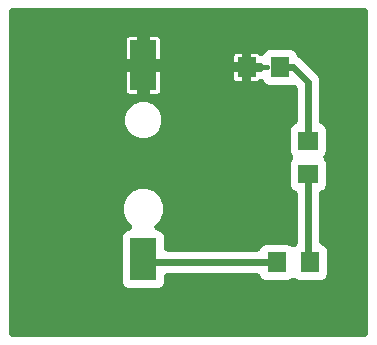
<source format=gbr>
G04 EAGLE Gerber RS-274X export*
G75*
%MOMM*%
%FSLAX34Y34*%
%LPD*%
%INTop Copper*%
%IPPOS*%
%AMOC8*
5,1,8,0,0,1.08239X$1,22.5*%
G01*
%ADD10R,2.300000X4.300000*%
%ADD11R,2.300000X3.660000*%
%ADD12R,1.600000X1.803000*%
%ADD13R,1.803000X1.600000*%
%ADD14C,0.609600*%
%ADD15C,0.406400*%

G36*
X326720Y241815D02*
X326720Y241815D01*
X326796Y241813D01*
X326965Y241835D01*
X327136Y241849D01*
X327210Y241867D01*
X327285Y241877D01*
X327449Y241926D01*
X327615Y241967D01*
X327684Y241997D01*
X327758Y242019D01*
X327911Y242095D01*
X328068Y242162D01*
X328132Y242203D01*
X328201Y242236D01*
X328340Y242335D01*
X328484Y242427D01*
X328541Y242478D01*
X328603Y242522D01*
X328724Y242642D01*
X328852Y242756D01*
X328900Y242815D01*
X328954Y242869D01*
X329055Y243007D01*
X329162Y243140D01*
X329199Y243206D01*
X329244Y243267D01*
X329321Y243420D01*
X329406Y243568D01*
X329432Y243640D01*
X329467Y243708D01*
X329518Y243871D01*
X329577Y244031D01*
X329592Y244106D01*
X329615Y244178D01*
X329627Y244283D01*
X329672Y244515D01*
X329679Y244751D01*
X329691Y244856D01*
X329691Y517144D01*
X329685Y517220D01*
X329687Y517296D01*
X329665Y517465D01*
X329651Y517636D01*
X329633Y517710D01*
X329623Y517785D01*
X329574Y517949D01*
X329533Y518115D01*
X329503Y518184D01*
X329481Y518258D01*
X329405Y518411D01*
X329338Y518568D01*
X329297Y518632D01*
X329264Y518701D01*
X329165Y518840D01*
X329073Y518984D01*
X329022Y519041D01*
X328978Y519103D01*
X328858Y519224D01*
X328744Y519352D01*
X328685Y519400D01*
X328631Y519454D01*
X328493Y519555D01*
X328360Y519662D01*
X328294Y519699D01*
X328233Y519744D01*
X328080Y519821D01*
X327932Y519906D01*
X327860Y519932D01*
X327792Y519967D01*
X327629Y520018D01*
X327469Y520077D01*
X327394Y520092D01*
X327322Y520115D01*
X327217Y520127D01*
X326985Y520172D01*
X326749Y520179D01*
X326644Y520191D01*
X28956Y520191D01*
X28880Y520185D01*
X28804Y520187D01*
X28635Y520165D01*
X28464Y520151D01*
X28390Y520133D01*
X28315Y520123D01*
X28151Y520074D01*
X27985Y520033D01*
X27916Y520003D01*
X27842Y519981D01*
X27689Y519905D01*
X27532Y519838D01*
X27468Y519797D01*
X27399Y519764D01*
X27260Y519665D01*
X27116Y519573D01*
X27059Y519522D01*
X26997Y519478D01*
X26876Y519358D01*
X26748Y519244D01*
X26700Y519185D01*
X26646Y519131D01*
X26545Y518993D01*
X26438Y518860D01*
X26401Y518794D01*
X26356Y518733D01*
X26279Y518580D01*
X26194Y518432D01*
X26168Y518360D01*
X26133Y518292D01*
X26082Y518129D01*
X26023Y517969D01*
X26008Y517894D01*
X25985Y517822D01*
X25973Y517717D01*
X25928Y517485D01*
X25921Y517249D01*
X25909Y517144D01*
X25909Y244856D01*
X25915Y244780D01*
X25913Y244704D01*
X25935Y244535D01*
X25949Y244364D01*
X25967Y244290D01*
X25977Y244215D01*
X26026Y244051D01*
X26067Y243885D01*
X26097Y243816D01*
X26119Y243742D01*
X26195Y243589D01*
X26262Y243432D01*
X26303Y243368D01*
X26336Y243299D01*
X26435Y243160D01*
X26527Y243016D01*
X26578Y242959D01*
X26622Y242897D01*
X26742Y242776D01*
X26856Y242648D01*
X26915Y242600D01*
X26969Y242546D01*
X27107Y242445D01*
X27240Y242338D01*
X27306Y242301D01*
X27367Y242256D01*
X27520Y242179D01*
X27668Y242094D01*
X27740Y242068D01*
X27808Y242033D01*
X27971Y241982D01*
X28131Y241923D01*
X28206Y241908D01*
X28278Y241885D01*
X28383Y241873D01*
X28615Y241828D01*
X28851Y241821D01*
X28956Y241809D01*
X326644Y241809D01*
X326720Y241815D01*
G37*
%LPC*%
G36*
X126987Y282848D02*
X126987Y282848D01*
X124746Y283776D01*
X123031Y285491D01*
X122103Y287732D01*
X122103Y326758D01*
X123031Y328999D01*
X124746Y330714D01*
X126987Y331642D01*
X127340Y331642D01*
X127378Y331645D01*
X127416Y331643D01*
X127624Y331665D01*
X127831Y331682D01*
X127869Y331691D01*
X127906Y331695D01*
X128108Y331750D01*
X128310Y331800D01*
X128345Y331815D01*
X128382Y331826D01*
X128572Y331913D01*
X128764Y331995D01*
X128796Y332015D01*
X128831Y332031D01*
X129004Y332148D01*
X129180Y332260D01*
X129208Y332285D01*
X129240Y332307D01*
X129392Y332450D01*
X129548Y332589D01*
X129572Y332618D01*
X129599Y332644D01*
X129727Y332811D01*
X129858Y332973D01*
X129876Y333005D01*
X129900Y333036D01*
X129999Y333220D01*
X130102Y333401D01*
X130115Y333437D01*
X130133Y333471D01*
X130201Y333668D01*
X130273Y333864D01*
X130280Y333901D01*
X130293Y333937D01*
X130328Y334144D01*
X130368Y334348D01*
X130369Y334386D01*
X130375Y334424D01*
X130377Y334633D01*
X130383Y334841D01*
X130378Y334879D01*
X130378Y334917D01*
X130346Y335124D01*
X130319Y335330D01*
X130308Y335367D01*
X130302Y335404D01*
X130237Y335603D01*
X130176Y335802D01*
X130160Y335837D01*
X130148Y335873D01*
X130051Y336058D01*
X129959Y336246D01*
X129937Y336277D01*
X129920Y336311D01*
X129862Y336383D01*
X129674Y336648D01*
X129553Y336770D01*
X129494Y336844D01*
X125576Y340762D01*
X123039Y346886D01*
X123039Y353514D01*
X125576Y359638D01*
X130262Y364324D01*
X136386Y366861D01*
X143014Y366861D01*
X149138Y364324D01*
X153824Y359638D01*
X156361Y353514D01*
X156361Y346886D01*
X153824Y340762D01*
X149906Y336844D01*
X149881Y336815D01*
X149852Y336789D01*
X149721Y336627D01*
X149586Y336468D01*
X149566Y336435D01*
X149542Y336405D01*
X149439Y336224D01*
X149331Y336045D01*
X149317Y336010D01*
X149298Y335977D01*
X149226Y335781D01*
X149148Y335587D01*
X149140Y335550D01*
X149127Y335514D01*
X149087Y335309D01*
X149042Y335105D01*
X149039Y335067D01*
X149032Y335030D01*
X149026Y334822D01*
X149014Y334613D01*
X149018Y334575D01*
X149017Y334537D01*
X149044Y334330D01*
X149066Y334122D01*
X149076Y334086D01*
X149081Y334048D01*
X149142Y333848D01*
X149197Y333647D01*
X149213Y333612D01*
X149224Y333575D01*
X149315Y333388D01*
X149403Y333198D01*
X149424Y333167D01*
X149441Y333132D01*
X149561Y332962D01*
X149678Y332789D01*
X149704Y332761D01*
X149726Y332730D01*
X149873Y332582D01*
X150016Y332429D01*
X150046Y332406D01*
X150073Y332379D01*
X150241Y332256D01*
X150407Y332129D01*
X150441Y332111D01*
X150472Y332089D01*
X150658Y331995D01*
X150842Y331896D01*
X150878Y331883D01*
X150912Y331866D01*
X151111Y331804D01*
X151309Y331736D01*
X151346Y331730D01*
X151382Y331718D01*
X151475Y331708D01*
X151795Y331653D01*
X151967Y331652D01*
X152060Y331642D01*
X152413Y331642D01*
X154654Y330714D01*
X156369Y328999D01*
X157297Y326758D01*
X157297Y316992D01*
X157303Y316916D01*
X157301Y316840D01*
X157323Y316671D01*
X157337Y316500D01*
X157355Y316426D01*
X157365Y316351D01*
X157414Y316187D01*
X157455Y316021D01*
X157485Y315952D01*
X157507Y315878D01*
X157583Y315725D01*
X157650Y315568D01*
X157691Y315504D01*
X157724Y315435D01*
X157823Y315296D01*
X157915Y315152D01*
X157966Y315095D01*
X158010Y315033D01*
X158130Y314912D01*
X158244Y314784D01*
X158303Y314736D01*
X158357Y314682D01*
X158495Y314581D01*
X158628Y314474D01*
X158694Y314437D01*
X158755Y314392D01*
X158908Y314315D01*
X159056Y314230D01*
X159128Y314204D01*
X159196Y314169D01*
X159359Y314118D01*
X159519Y314059D01*
X159594Y314044D01*
X159666Y314021D01*
X159771Y314009D01*
X160003Y313964D01*
X160239Y313957D01*
X160344Y313945D01*
X235899Y313945D01*
X236117Y313962D01*
X236334Y313976D01*
X236362Y313982D01*
X236390Y313985D01*
X236603Y314037D01*
X236815Y314086D01*
X236841Y314097D01*
X236869Y314103D01*
X237070Y314190D01*
X237272Y314272D01*
X237296Y314287D01*
X237323Y314298D01*
X237507Y314415D01*
X237693Y314529D01*
X237715Y314548D01*
X237739Y314563D01*
X237901Y314708D01*
X238067Y314851D01*
X238085Y314873D01*
X238106Y314892D01*
X238243Y315061D01*
X238384Y315229D01*
X238395Y315250D01*
X238416Y315276D01*
X238660Y315704D01*
X238688Y315780D01*
X238714Y315826D01*
X239311Y317269D01*
X241026Y318984D01*
X243267Y319912D01*
X261693Y319912D01*
X263934Y318984D01*
X264545Y318372D01*
X264603Y318323D01*
X264655Y318267D01*
X264791Y318163D01*
X264921Y318052D01*
X264986Y318013D01*
X265047Y317967D01*
X265198Y317886D01*
X265344Y317798D01*
X265414Y317770D01*
X265482Y317733D01*
X265643Y317678D01*
X265802Y317615D01*
X265876Y317598D01*
X265948Y317573D01*
X266116Y317545D01*
X266283Y317508D01*
X266360Y317504D01*
X266435Y317491D01*
X266605Y317490D01*
X266776Y317480D01*
X266852Y317488D01*
X266928Y317488D01*
X267097Y317514D01*
X267267Y317532D01*
X267340Y317553D01*
X267415Y317564D01*
X267578Y317618D01*
X267742Y317663D01*
X267811Y317695D01*
X267884Y317719D01*
X268035Y317798D01*
X268191Y317869D01*
X268254Y317911D01*
X268321Y317947D01*
X268404Y318012D01*
X268600Y318144D01*
X268772Y318306D01*
X268855Y318372D01*
X269363Y318880D01*
X269397Y318920D01*
X269416Y318937D01*
X269453Y318983D01*
X269518Y319047D01*
X269596Y319154D01*
X269682Y319256D01*
X269708Y319299D01*
X269726Y319321D01*
X269757Y319375D01*
X269808Y319446D01*
X269868Y319565D01*
X269937Y319678D01*
X269954Y319723D01*
X269970Y319750D01*
X269993Y319811D01*
X270031Y319886D01*
X270071Y320013D01*
X270120Y320136D01*
X270130Y320180D01*
X270141Y320212D01*
X270155Y320280D01*
X270179Y320357D01*
X270189Y320450D01*
X270227Y320618D01*
X270229Y320660D01*
X270236Y320696D01*
X270242Y320898D01*
X270245Y320942D01*
X270255Y321035D01*
X270255Y362899D01*
X270238Y363117D01*
X270224Y363334D01*
X270218Y363362D01*
X270215Y363390D01*
X270163Y363603D01*
X270114Y363815D01*
X270103Y363841D01*
X270097Y363869D01*
X270010Y364070D01*
X269928Y364272D01*
X269913Y364296D01*
X269902Y364323D01*
X269785Y364507D01*
X269671Y364693D01*
X269652Y364715D01*
X269637Y364739D01*
X269492Y364901D01*
X269349Y365067D01*
X269327Y365085D01*
X269308Y365106D01*
X269139Y365243D01*
X268971Y365384D01*
X268950Y365395D01*
X268924Y365416D01*
X268496Y365660D01*
X268420Y365688D01*
X268374Y365714D01*
X266931Y366311D01*
X265216Y368026D01*
X264288Y370267D01*
X264288Y388693D01*
X265216Y390934D01*
X265828Y391545D01*
X265877Y391603D01*
X265933Y391656D01*
X266037Y391791D01*
X266148Y391921D01*
X266187Y391987D01*
X266233Y392047D01*
X266314Y392197D01*
X266402Y392344D01*
X266431Y392415D01*
X266467Y392482D01*
X266522Y392643D01*
X266585Y392802D01*
X266602Y392876D01*
X266627Y392948D01*
X266655Y393117D01*
X266692Y393284D01*
X266696Y393360D01*
X266709Y393435D01*
X266710Y393606D01*
X266720Y393776D01*
X266712Y393852D01*
X266712Y393928D01*
X266686Y394097D01*
X266668Y394267D01*
X266647Y394340D01*
X266636Y394415D01*
X266582Y394578D01*
X266537Y394742D01*
X266505Y394812D01*
X266481Y394884D01*
X266403Y395035D01*
X266331Y395191D01*
X266289Y395254D01*
X266253Y395322D01*
X266188Y395404D01*
X266056Y395600D01*
X265894Y395773D01*
X265828Y395855D01*
X265216Y396466D01*
X264288Y398707D01*
X264288Y417133D01*
X265216Y419374D01*
X266931Y421089D01*
X268374Y421686D01*
X268568Y421785D01*
X268765Y421882D01*
X268788Y421898D01*
X268813Y421911D01*
X268989Y422041D01*
X269167Y422167D01*
X269187Y422187D01*
X269210Y422204D01*
X269363Y422361D01*
X269518Y422514D01*
X269535Y422537D01*
X269555Y422557D01*
X269680Y422737D01*
X269808Y422913D01*
X269821Y422938D01*
X269837Y422961D01*
X269932Y423158D01*
X270031Y423353D01*
X270039Y423380D01*
X270052Y423406D01*
X270113Y423615D01*
X270179Y423824D01*
X270182Y423847D01*
X270191Y423879D01*
X270252Y424369D01*
X270249Y424449D01*
X270255Y424501D01*
X270255Y452150D01*
X270251Y452204D01*
X270251Y452221D01*
X270246Y452260D01*
X270246Y452264D01*
X270247Y452378D01*
X270226Y452509D01*
X270215Y452642D01*
X270188Y452752D01*
X270170Y452865D01*
X270129Y452991D01*
X270097Y453120D01*
X270052Y453225D01*
X270016Y453334D01*
X269955Y453451D01*
X269902Y453574D01*
X269841Y453670D01*
X269788Y453771D01*
X269729Y453845D01*
X269637Y453990D01*
X269421Y454232D01*
X269363Y454305D01*
X269105Y454563D01*
X268938Y454705D01*
X268774Y454849D01*
X268750Y454864D01*
X268729Y454882D01*
X268542Y454995D01*
X268357Y455111D01*
X268330Y455122D01*
X268306Y455137D01*
X268103Y455218D01*
X267902Y455303D01*
X267874Y455310D01*
X267848Y455320D01*
X267634Y455368D01*
X267422Y455419D01*
X267394Y455421D01*
X267366Y455427D01*
X267148Y455439D01*
X266930Y455455D01*
X266902Y455453D01*
X266874Y455455D01*
X266656Y455431D01*
X266439Y455412D01*
X266416Y455406D01*
X266383Y455402D01*
X265908Y455272D01*
X265834Y455238D01*
X265784Y455224D01*
X264733Y454788D01*
X246307Y454788D01*
X244066Y455716D01*
X242351Y457431D01*
X242008Y458261D01*
X241926Y458421D01*
X241850Y458586D01*
X241813Y458641D01*
X241783Y458700D01*
X241676Y458845D01*
X241575Y458995D01*
X241529Y459043D01*
X241490Y459097D01*
X241361Y459223D01*
X241237Y459355D01*
X241184Y459395D01*
X241137Y459441D01*
X240989Y459545D01*
X240846Y459655D01*
X240787Y459686D01*
X240733Y459724D01*
X240570Y459803D01*
X240411Y459888D01*
X240348Y459910D01*
X240288Y459938D01*
X240115Y459989D01*
X239944Y460048D01*
X239879Y460059D01*
X239815Y460078D01*
X239636Y460100D01*
X239458Y460131D01*
X239391Y460131D01*
X239325Y460139D01*
X239145Y460133D01*
X238965Y460134D01*
X238899Y460123D01*
X238832Y460121D01*
X238655Y460085D01*
X238477Y460057D01*
X238414Y460036D01*
X238349Y460023D01*
X238180Y459959D01*
X238009Y459903D01*
X237950Y459872D01*
X237887Y459849D01*
X237731Y459758D01*
X237571Y459675D01*
X237530Y459642D01*
X237460Y459602D01*
X237078Y459289D01*
X237056Y459264D01*
X237038Y459250D01*
X236640Y458852D01*
X236061Y458517D01*
X235415Y458344D01*
X231079Y458344D01*
X231079Y465901D01*
X238376Y465901D01*
X238452Y465907D01*
X238528Y465905D01*
X238697Y465927D01*
X238868Y465941D01*
X238942Y465959D01*
X239017Y465969D01*
X239181Y466018D01*
X239347Y466059D01*
X239416Y466089D01*
X239490Y466111D01*
X239643Y466187D01*
X239800Y466254D01*
X239864Y466295D01*
X239933Y466328D01*
X240072Y466427D01*
X240216Y466519D01*
X240273Y466570D01*
X240335Y466614D01*
X240456Y466734D01*
X240584Y466848D01*
X240632Y466907D01*
X240686Y466960D01*
X240787Y467099D01*
X240894Y467231D01*
X240931Y467298D01*
X240976Y467359D01*
X241053Y467512D01*
X241138Y467660D01*
X241164Y467732D01*
X241199Y467800D01*
X241250Y467963D01*
X241309Y468123D01*
X241324Y468197D01*
X241347Y468270D01*
X241359Y468375D01*
X241404Y468607D01*
X241411Y468843D01*
X241423Y468948D01*
X241423Y470852D01*
X241417Y470928D01*
X241419Y471004D01*
X241397Y471173D01*
X241383Y471344D01*
X241365Y471418D01*
X241355Y471493D01*
X241306Y471657D01*
X241265Y471823D01*
X241235Y471892D01*
X241213Y471966D01*
X241137Y472119D01*
X241070Y472276D01*
X241029Y472340D01*
X240996Y472409D01*
X240897Y472548D01*
X240805Y472692D01*
X240754Y472749D01*
X240710Y472811D01*
X240590Y472932D01*
X240476Y473060D01*
X240417Y473108D01*
X240363Y473162D01*
X240225Y473263D01*
X240092Y473370D01*
X240026Y473407D01*
X239965Y473452D01*
X239812Y473529D01*
X239664Y473614D01*
X239592Y473640D01*
X239524Y473675D01*
X239361Y473726D01*
X239201Y473785D01*
X239126Y473800D01*
X239054Y473823D01*
X238949Y473835D01*
X238717Y473880D01*
X238481Y473887D01*
X238376Y473899D01*
X231079Y473899D01*
X231079Y481456D01*
X235415Y481456D01*
X236061Y481283D01*
X236640Y480948D01*
X237038Y480550D01*
X237175Y480433D01*
X237308Y480311D01*
X237363Y480274D01*
X237414Y480231D01*
X237569Y480137D01*
X237719Y480038D01*
X237779Y480011D01*
X237836Y479976D01*
X238004Y479909D01*
X238168Y479835D01*
X238233Y479818D01*
X238294Y479793D01*
X238470Y479754D01*
X238645Y479707D01*
X238711Y479701D01*
X238776Y479686D01*
X238956Y479676D01*
X239136Y479658D01*
X239202Y479663D01*
X239269Y479659D01*
X239448Y479678D01*
X239628Y479689D01*
X239693Y479704D01*
X239759Y479711D01*
X239933Y479759D01*
X240109Y479799D01*
X240171Y479824D01*
X240235Y479842D01*
X240399Y479917D01*
X240566Y479985D01*
X240623Y480020D01*
X240683Y480047D01*
X240833Y480148D01*
X240987Y480242D01*
X241038Y480286D01*
X241093Y480323D01*
X241224Y480446D01*
X241361Y480564D01*
X241404Y480615D01*
X241452Y480661D01*
X241562Y480804D01*
X241678Y480942D01*
X241703Y480988D01*
X241752Y481052D01*
X241986Y481487D01*
X241997Y481518D01*
X242008Y481539D01*
X242351Y482369D01*
X244066Y484084D01*
X246307Y485012D01*
X264733Y485012D01*
X266974Y484084D01*
X268689Y482369D01*
X269718Y479882D01*
X269758Y479710D01*
X269769Y479683D01*
X269775Y479656D01*
X269862Y479454D01*
X269944Y479253D01*
X269959Y479228D01*
X269970Y479202D01*
X270087Y479018D01*
X270201Y478832D01*
X270220Y478810D01*
X270235Y478786D01*
X270380Y478624D01*
X270523Y478458D01*
X270545Y478440D01*
X270564Y478418D01*
X270734Y478281D01*
X270901Y478141D01*
X270921Y478129D01*
X270948Y478108D01*
X271376Y477864D01*
X271452Y477836D01*
X271498Y477811D01*
X271880Y477653D01*
X287153Y462380D01*
X288545Y459019D01*
X288545Y424501D01*
X288562Y424283D01*
X288576Y424066D01*
X288582Y424038D01*
X288585Y424010D01*
X288637Y423797D01*
X288686Y423585D01*
X288697Y423559D01*
X288703Y423531D01*
X288790Y423330D01*
X288872Y423128D01*
X288887Y423104D01*
X288898Y423077D01*
X289015Y422893D01*
X289129Y422707D01*
X289148Y422685D01*
X289163Y422661D01*
X289308Y422499D01*
X289451Y422333D01*
X289473Y422315D01*
X289492Y422294D01*
X289661Y422157D01*
X289829Y422016D01*
X289850Y422005D01*
X289876Y421984D01*
X290304Y421740D01*
X290380Y421712D01*
X290426Y421686D01*
X291869Y421089D01*
X293584Y419374D01*
X294512Y417133D01*
X294512Y398707D01*
X293584Y396466D01*
X292972Y395855D01*
X292923Y395797D01*
X292867Y395745D01*
X292763Y395609D01*
X292652Y395479D01*
X292613Y395414D01*
X292567Y395353D01*
X292486Y395203D01*
X292398Y395056D01*
X292369Y394985D01*
X292333Y394918D01*
X292278Y394757D01*
X292215Y394598D01*
X292198Y394524D01*
X292173Y394452D01*
X292145Y394283D01*
X292108Y394117D01*
X292104Y394040D01*
X292091Y393965D01*
X292090Y393795D01*
X292080Y393624D01*
X292088Y393548D01*
X292088Y393472D01*
X292114Y393303D01*
X292132Y393133D01*
X292153Y393060D01*
X292164Y392985D01*
X292218Y392822D01*
X292263Y392658D01*
X292295Y392589D01*
X292319Y392516D01*
X292398Y392364D01*
X292469Y392209D01*
X292511Y392146D01*
X292547Y392078D01*
X292612Y391996D01*
X292744Y391800D01*
X292906Y391628D01*
X292972Y391545D01*
X293584Y390934D01*
X294512Y388693D01*
X294512Y370267D01*
X293584Y368026D01*
X291869Y366311D01*
X290426Y365714D01*
X290232Y365615D01*
X290035Y365518D01*
X290012Y365502D01*
X289987Y365489D01*
X289811Y365359D01*
X289633Y365233D01*
X289613Y365213D01*
X289590Y365196D01*
X289437Y365039D01*
X289282Y364886D01*
X289265Y364863D01*
X289245Y364843D01*
X289120Y364663D01*
X288992Y364487D01*
X288979Y364462D01*
X288963Y364439D01*
X288868Y364241D01*
X288769Y364047D01*
X288761Y364020D01*
X288748Y363994D01*
X288687Y363785D01*
X288621Y363576D01*
X288618Y363553D01*
X288609Y363521D01*
X288548Y363031D01*
X288551Y362951D01*
X288545Y362899D01*
X288545Y322606D01*
X288562Y322388D01*
X288576Y322170D01*
X288582Y322142D01*
X288585Y322114D01*
X288638Y321901D01*
X288686Y321689D01*
X288697Y321663D01*
X288703Y321635D01*
X288789Y321435D01*
X288872Y321232D01*
X288887Y321208D01*
X288898Y321182D01*
X289015Y320997D01*
X289129Y320811D01*
X289148Y320790D01*
X289163Y320766D01*
X289309Y320603D01*
X289451Y320437D01*
X289473Y320419D01*
X289492Y320398D01*
X289662Y320260D01*
X289829Y320120D01*
X289849Y320109D01*
X289876Y320088D01*
X290304Y319844D01*
X290380Y319816D01*
X290426Y319790D01*
X292374Y318984D01*
X294089Y317269D01*
X295017Y315028D01*
X295017Y294572D01*
X294089Y292331D01*
X292374Y290616D01*
X290133Y289688D01*
X271707Y289688D01*
X269466Y290616D01*
X268855Y291228D01*
X268797Y291277D01*
X268744Y291333D01*
X268609Y291437D01*
X268479Y291548D01*
X268413Y291587D01*
X268353Y291633D01*
X268203Y291714D01*
X268056Y291802D01*
X267985Y291831D01*
X267918Y291867D01*
X267757Y291922D01*
X267598Y291985D01*
X267524Y292002D01*
X267452Y292027D01*
X267283Y292055D01*
X267116Y292092D01*
X267040Y292096D01*
X266965Y292109D01*
X266794Y292110D01*
X266624Y292120D01*
X266548Y292112D01*
X266472Y292112D01*
X266303Y292086D01*
X266133Y292068D01*
X266060Y292047D01*
X265985Y292036D01*
X265822Y291982D01*
X265658Y291937D01*
X265588Y291905D01*
X265516Y291881D01*
X265365Y291803D01*
X265209Y291731D01*
X265146Y291689D01*
X265078Y291653D01*
X264996Y291588D01*
X264800Y291456D01*
X264627Y291294D01*
X264545Y291228D01*
X263934Y290616D01*
X261693Y289688D01*
X243267Y289688D01*
X241026Y290616D01*
X239311Y292331D01*
X238714Y293774D01*
X238615Y293968D01*
X238518Y294165D01*
X238502Y294188D01*
X238489Y294213D01*
X238359Y294389D01*
X238233Y294567D01*
X238213Y294587D01*
X238196Y294610D01*
X238039Y294763D01*
X237886Y294918D01*
X237863Y294935D01*
X237843Y294955D01*
X237663Y295080D01*
X237487Y295208D01*
X237462Y295221D01*
X237439Y295237D01*
X237241Y295332D01*
X237047Y295431D01*
X237020Y295439D01*
X236994Y295452D01*
X236785Y295513D01*
X236576Y295579D01*
X236553Y295582D01*
X236521Y295591D01*
X236031Y295652D01*
X235951Y295649D01*
X235899Y295655D01*
X160344Y295655D01*
X160268Y295649D01*
X160192Y295651D01*
X160023Y295629D01*
X159852Y295615D01*
X159778Y295597D01*
X159703Y295587D01*
X159539Y295538D01*
X159373Y295497D01*
X159304Y295467D01*
X159230Y295445D01*
X159077Y295369D01*
X158920Y295302D01*
X158856Y295261D01*
X158787Y295228D01*
X158648Y295129D01*
X158504Y295037D01*
X158447Y294986D01*
X158385Y294942D01*
X158264Y294822D01*
X158136Y294708D01*
X158088Y294649D01*
X158034Y294595D01*
X157933Y294457D01*
X157826Y294324D01*
X157789Y294258D01*
X157744Y294197D01*
X157667Y294044D01*
X157582Y293896D01*
X157556Y293824D01*
X157521Y293756D01*
X157470Y293593D01*
X157411Y293433D01*
X157396Y293358D01*
X157373Y293286D01*
X157361Y293181D01*
X157316Y292949D01*
X157309Y292713D01*
X157297Y292608D01*
X157297Y287732D01*
X156369Y285491D01*
X154654Y283776D01*
X152413Y282848D01*
X126987Y282848D01*
G37*
%LPD*%
%LPC*%
G36*
X136684Y410039D02*
X136684Y410039D01*
X131112Y412347D01*
X126847Y416612D01*
X124539Y422184D01*
X124539Y428216D01*
X126847Y433788D01*
X131112Y438053D01*
X136684Y440361D01*
X142716Y440361D01*
X148288Y438053D01*
X152553Y433788D01*
X154861Y428216D01*
X154861Y422184D01*
X152553Y416612D01*
X148288Y412347D01*
X142716Y410039D01*
X136684Y410039D01*
G37*
%LPD*%
%LPC*%
G36*
X145449Y477407D02*
X145449Y477407D01*
X145449Y495699D01*
X151535Y495699D01*
X152181Y495526D01*
X152760Y495191D01*
X153233Y494718D01*
X153568Y494139D01*
X153741Y493493D01*
X153741Y477407D01*
X145449Y477407D01*
G37*
%LPD*%
%LPC*%
G36*
X145449Y447617D02*
X145449Y447617D01*
X145449Y465909D01*
X153741Y465909D01*
X153741Y449823D01*
X153568Y449177D01*
X153233Y448598D01*
X152760Y448125D01*
X152181Y447790D01*
X151535Y447617D01*
X145449Y447617D01*
G37*
%LPD*%
%LPC*%
G36*
X125659Y477407D02*
X125659Y477407D01*
X125659Y493493D01*
X125832Y494139D01*
X126167Y494718D01*
X126640Y495191D01*
X127219Y495526D01*
X127865Y495699D01*
X133951Y495699D01*
X133951Y477407D01*
X125659Y477407D01*
G37*
%LPD*%
%LPC*%
G36*
X127865Y447617D02*
X127865Y447617D01*
X127219Y447790D01*
X126640Y448125D01*
X126167Y448598D01*
X125832Y449177D01*
X125659Y449823D01*
X125659Y465909D01*
X133951Y465909D01*
X133951Y447617D01*
X127865Y447617D01*
G37*
%LPD*%
%LPC*%
G36*
X216539Y473899D02*
X216539Y473899D01*
X216539Y479250D01*
X216712Y479896D01*
X217047Y480475D01*
X217520Y480948D01*
X218099Y481283D01*
X218745Y481456D01*
X223081Y481456D01*
X223081Y473899D01*
X216539Y473899D01*
G37*
%LPD*%
%LPC*%
G36*
X218745Y458344D02*
X218745Y458344D01*
X218099Y458517D01*
X217520Y458852D01*
X217047Y459325D01*
X216712Y459904D01*
X216539Y460550D01*
X216539Y465901D01*
X223081Y465901D01*
X223081Y458344D01*
X218745Y458344D01*
G37*
%LPD*%
D10*
X139700Y471658D03*
D11*
X139700Y307245D03*
D12*
X252480Y304800D03*
X280920Y304800D03*
D13*
X279400Y407920D03*
X279400Y379480D03*
D12*
X255520Y469900D03*
X227080Y469900D03*
D14*
X139700Y307245D02*
X142145Y304800D01*
X252480Y304800D01*
X279400Y306320D02*
X280920Y304800D01*
X279400Y306320D02*
X279400Y379480D01*
X279400Y407920D02*
X279400Y457200D01*
X266700Y469900D01*
X255520Y469900D01*
D15*
X226842Y471658D02*
X139700Y471658D01*
X226842Y471658D02*
X228600Y469900D01*
X243964Y469900D01*
D14*
X227080Y469900D02*
X225322Y471658D01*
X139700Y471658D01*
M02*

</source>
